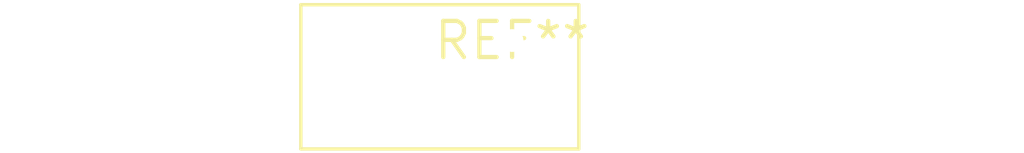
<source format=kicad_pcb>
(kicad_pcb (version 20240108) (generator pcbnew)
  (layers (0 "F.Cu" signal) (31 "B.Cu" signal) (34 "B.Paste" user) (35 "F.Paste" user) (36 "B.SilkS" user "B.Silkscreen") (37 "F.SilkS" user "F.Silkscreen") (38 "B.Mask" user) (39 "F.Mask" user) (44 "Edge.Cuts" user))
  (net 0 "")
  (footprint "Potentiometer_Bourns_3296Y_Vertical" (layer "F.Cu") (at 0 0)
    (property "Reference" "REF**")
    (property "Value" "Potentiometer_Bourns_3296Y_Vertical")
    (fp_line (start -7.425 -1.26) (end -7.425 3.81) (layer "F.SilkS") (stroke (width 0.12)))
    (fp_line (start -7.425 -1.26) (end 2.345 -1.26) (layer "F.SilkS") (stroke (width 0.12)))
    (fp_line (start -7.425 3.81) (end 2.345 3.81) (layer "F.SilkS") (stroke (width 0.12)))
    (fp_line (start 2.345 -1.26) (end 2.345 3.81) (layer "F.SilkS") (stroke (width 0.12)))
    (pad "1" thru_hole circle (at 0 0) (size 1.44 1.44) (drill 0.8) (layers *.Cu *.Mask) (remove_unused_layers))
    (pad "2" thru_hole circle (at -2.54 2.54) (size 1.44 1.44) (drill 0.8) (layers *.Cu *.Mask) (remove_unused_layers))
    (pad "3" thru_hole circle (at -5.08 0) (size 1.44 1.44) (drill 0.8) (layers *.Cu *.Mask) (remove_unused_layers))
  )
)
</source>
